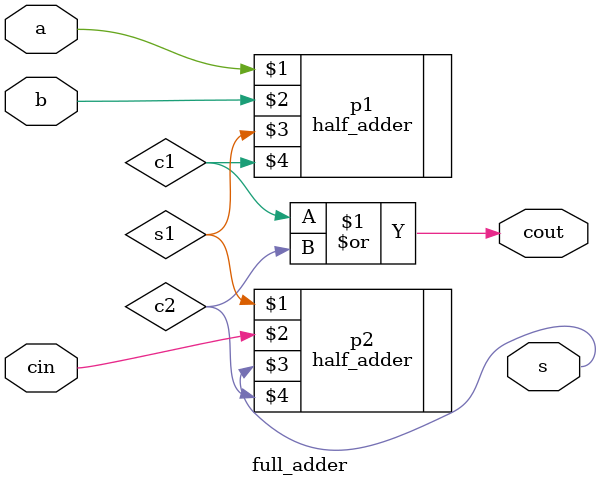
<source format=v>
module full_adder(a,b,cin,cout,s);
input a,b,cin;
output cout,s;
half_adder p1(a,b,s1,c1);
half_adder p2(s1,cin,s,c2);
or(cout,c1,c2);
endmodule 

</source>
